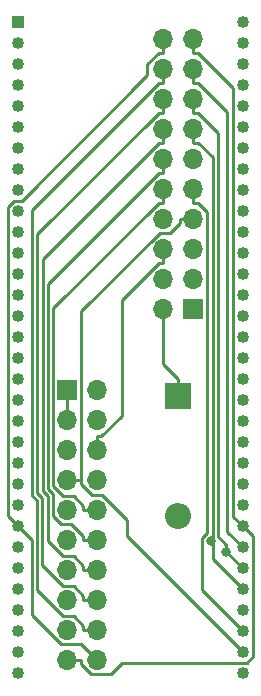
<source format=gbr>
%TF.GenerationSoftware,KiCad,Pcbnew,7.0.1*%
%TF.CreationDate,2023-07-20T10:28:40-07:00*%
%TF.ProjectId,tn_vdp_v9958_socket,746e5f76-6470-45f7-9639-3935385f736f,rev?*%
%TF.SameCoordinates,Original*%
%TF.FileFunction,Copper,L1,Top*%
%TF.FilePolarity,Positive*%
%FSLAX46Y46*%
G04 Gerber Fmt 4.6, Leading zero omitted, Abs format (unit mm)*
G04 Created by KiCad (PCBNEW 7.0.1) date 2023-07-20 10:28:40*
%MOMM*%
%LPD*%
G01*
G04 APERTURE LIST*
%TA.AperFunction,ComponentPad*%
%ADD10R,2.200000X2.200000*%
%TD*%
%TA.AperFunction,ComponentPad*%
%ADD11O,2.200000X2.200000*%
%TD*%
%TA.AperFunction,ComponentPad*%
%ADD12R,1.700000X1.700000*%
%TD*%
%TA.AperFunction,ComponentPad*%
%ADD13O,1.700000X1.700000*%
%TD*%
%TA.AperFunction,ComponentPad*%
%ADD14R,1.016000X1.016000*%
%TD*%
%TA.AperFunction,ComponentPad*%
%ADD15C,1.016000*%
%TD*%
%TA.AperFunction,ViaPad*%
%ADD16C,0.800000*%
%TD*%
%TA.AperFunction,Conductor*%
%ADD17C,0.250000*%
%TD*%
G04 APERTURE END LIST*
D10*
%TO.P,D1,1,K*%
%TO.N,VCCO*%
X174000000Y-77750000D03*
D11*
%TO.P,D1,2,A*%
%TO.N,VCC*%
X174000000Y-87910000D03*
%TD*%
D12*
%TO.P,J3,1,Pin_1*%
%TO.N,GND*%
X164592000Y-77260000D03*
D13*
%TO.P,J3,2,Pin_2*%
%TO.N,VCCO*%
X167132000Y-77260000D03*
%TO.P,J3,3,Pin_3*%
%TO.N,GND*%
X164592000Y-79800000D03*
%TO.P,J3,4,Pin_4*%
%TO.N,CPUCLK*%
X167132000Y-79800000D03*
%TO.P,J3,5,Pin_5*%
%TO.N,CD7*%
X164592000Y-82340000D03*
%TO.P,J3,6,Pin_6*%
%TO.N,WAIT*%
X167132000Y-82340000D03*
%TO.P,J3,7,Pin_7*%
%TO.N,CD6*%
X164592000Y-84880000D03*
%TO.P,J3,8,Pin_8*%
%TO.N,unconnected-(J3-Pin_8-Pad8)*%
X167132000Y-84880000D03*
%TO.P,J3,9,Pin_9*%
%TO.N,CD5*%
X164592000Y-87420000D03*
%TO.P,J3,10,Pin_10*%
%TO.N,MODE1*%
X167132000Y-87420000D03*
%TO.P,J3,11,Pin_11*%
%TO.N,CD4*%
X164592000Y-89960000D03*
%TO.P,J3,12,Pin_12*%
%TO.N,~{RESET}*%
X167132000Y-89960000D03*
%TO.P,J3,13,Pin_13*%
%TO.N,CD3*%
X164592000Y-92500000D03*
%TO.P,J3,14,Pin_14*%
%TO.N,MODE0*%
X167132000Y-92500000D03*
%TO.P,J3,15,Pin_15*%
%TO.N,CD2*%
X164592000Y-95040000D03*
%TO.P,J3,16,Pin_16*%
%TO.N,~{CSW}*%
X167132000Y-95040000D03*
%TO.P,J3,17,Pin_17*%
%TO.N,CD1*%
X164592000Y-97580000D03*
%TO.P,J3,18,Pin_18*%
%TO.N,~{CSR}*%
X167132000Y-97580000D03*
%TO.P,J3,19,Pin_19*%
%TO.N,CD0*%
X164592000Y-100120000D03*
%TO.P,J3,20,Pin_20*%
%TO.N,~{INT}*%
X167132000Y-100120000D03*
%TD*%
D14*
%TO.P,U1,1,GND*%
%TO.N,GND*%
X160450000Y-46132000D03*
D15*
%TO.P,U1,2,~{DHCLK}*%
%TO.N,unconnected-(U1-~{DHCLK}-Pad2)*%
X160450000Y-47910000D03*
%TO.P,U1,3,~{DLCKL}*%
%TO.N,unconnected-(U1-~{DLCKL}-Pad3)*%
X160450000Y-49688000D03*
%TO.P,U1,4,~{VDS/VRESET}*%
%TO.N,unconnected-(U1-~{VDS{slash}VRESET}-Pad4)*%
X160450000Y-51466000D03*
%TO.P,U1,5,HSYNC*%
%TO.N,unconnected-(U1-HSYNC-Pad5)*%
X160450000Y-53244000D03*
%TO.P,U1,6,CSYNC*%
%TO.N,unconnected-(U1-CSYNC-Pad6)*%
X160450000Y-55022000D03*
%TO.P,U1,7,BLEO*%
%TO.N,unconnected-(U1-BLEO-Pad7)*%
X160450000Y-56800000D03*
%TO.P,U1,8,CPUCLK*%
%TO.N,CPUCLK*%
X160450000Y-58578000D03*
%TO.P,U1,9,~{RESET}*%
%TO.N,~{RESET}*%
X160450000Y-60356000D03*
%TO.P,U1,10,~{YS}*%
%TO.N,unconnected-(U1-~{YS}-Pad10)*%
X160450000Y-62134000D03*
%TO.P,U1,11,CBDR*%
%TO.N,unconnected-(U1-CBDR-Pad11)*%
X160450000Y-63912000D03*
%TO.P,U1,12,C7*%
%TO.N,unconnected-(U1-C7-Pad12)*%
X160450000Y-65690000D03*
%TO.P,U1,13,C6*%
%TO.N,unconnected-(U1-C6-Pad13)*%
X160450000Y-67468000D03*
%TO.P,U1,14,C5*%
%TO.N,unconnected-(U1-C5-Pad14)*%
X160450000Y-69246000D03*
%TO.P,U1,15,C4*%
%TO.N,unconnected-(U1-C4-Pad15)*%
X160450000Y-71024000D03*
%TO.P,U1,16,C3*%
%TO.N,unconnected-(U1-C3-Pad16)*%
X160450000Y-72802000D03*
%TO.P,U1,17,C2*%
%TO.N,unconnected-(U1-C2-Pad17)*%
X160450000Y-74580000D03*
%TO.P,U1,18,C1*%
%TO.N,unconnected-(U1-C1-Pad18)*%
X160450000Y-76358000D03*
%TO.P,U1,19,C0*%
%TO.N,unconnected-(U1-C0-Pad19)*%
X160450000Y-78136000D03*
%TO.P,U1,20,GND*%
%TO.N,GND*%
X160450000Y-79914000D03*
%TO.P,U1,21,VIDEO/VDD*%
%TO.N,unconnected-(U1-VIDEO{slash}VDD-Pad21)*%
X160450000Y-81692000D03*
%TO.P,U1,22,G*%
%TO.N,unconnected-(U1-G-Pad22)*%
X160450000Y-83470000D03*
%TO.P,U1,23,R*%
%TO.N,unconnected-(U1-R-Pad23)*%
X160450000Y-85248000D03*
%TO.P,U1,24,B*%
%TO.N,unconnected-(U1-B-Pad24)*%
X160450000Y-87026000D03*
%TO.P,U1,25,~{INT}*%
%TO.N,~{INT}*%
X160450000Y-88804000D03*
%TO.P,U1,26,~{LPS/WAIT}*%
%TO.N,WAIT*%
X160450000Y-90582000D03*
%TO.P,U1,27,~{LPD/HRESET}*%
%TO.N,unconnected-(U1-~{LPD{slash}HRESET}-Pad27)*%
X160450000Y-92360000D03*
%TO.P,U1,28,MODE1*%
%TO.N,MODE1*%
X160450000Y-94138000D03*
%TO.P,U1,29,MODE0*%
%TO.N,MODE0*%
X160450000Y-95916000D03*
%TO.P,U1,30,~{CSW}*%
%TO.N,~{CSW}*%
X160450000Y-97694000D03*
%TO.P,U1,31,~{CSR}*%
%TO.N,~{CSR}*%
X160450000Y-99472000D03*
%TO.P,U1,32,CD7*%
%TO.N,CD7*%
X160450000Y-101250000D03*
%TO.P,U1,33,VBB*%
%TO.N,unconnected-(U1-VBB-Pad33)*%
X179500000Y-101250000D03*
%TO.P,U1,34,CD6*%
%TO.N,CD6*%
X179500000Y-99472000D03*
%TO.P,U1,35,CD5*%
%TO.N,CD5*%
X179500000Y-97694000D03*
%TO.P,U1,36,CD4*%
%TO.N,CD4*%
X179500000Y-95916000D03*
%TO.P,U1,37,CD3*%
%TO.N,CD3*%
X179500000Y-94138000D03*
%TO.P,U1,38,CD2*%
%TO.N,CD2*%
X179500000Y-92360000D03*
%TO.P,U1,39,CD1*%
%TO.N,CD1*%
X179500000Y-90582000D03*
%TO.P,U1,40,CD0*%
%TO.N,CD0*%
X179500000Y-88804000D03*
%TO.P,U1,41,RD0*%
%TO.N,unconnected-(U1-RD0-Pad41)*%
X179500000Y-87026000D03*
%TO.P,U1,42,RD1*%
%TO.N,unconnected-(U1-RD1-Pad42)*%
X179500000Y-85248000D03*
%TO.P,U1,43,RD2*%
%TO.N,unconnected-(U1-RD2-Pad43)*%
X179500000Y-83470000D03*
%TO.P,U1,44,RD3*%
%TO.N,unconnected-(U1-RD3-Pad44)*%
X179500000Y-81692000D03*
%TO.P,U1,45,RD4*%
%TO.N,unconnected-(U1-RD4-Pad45)*%
X179500000Y-79914000D03*
%TO.P,U1,46,RD5*%
%TO.N,unconnected-(U1-RD5-Pad46)*%
X179500000Y-78136000D03*
%TO.P,U1,47,RD6*%
%TO.N,unconnected-(U1-RD6-Pad47)*%
X179500000Y-76358000D03*
%TO.P,U1,48,RD7*%
%TO.N,unconnected-(U1-RD7-Pad48)*%
X179500000Y-74580000D03*
%TO.P,U1,49,AD0*%
%TO.N,unconnected-(U1-AD0-Pad49)*%
X179500000Y-72802000D03*
%TO.P,U1,50,AD1*%
%TO.N,unconnected-(U1-AD1-Pad50)*%
X179500000Y-71024000D03*
%TO.P,U1,51,AD2*%
%TO.N,unconnected-(U1-AD2-Pad51)*%
X179500000Y-69246000D03*
%TO.P,U1,52,AD3*%
%TO.N,unconnected-(U1-AD3-Pad52)*%
X179500000Y-67468000D03*
%TO.P,U1,53,AD4*%
%TO.N,unconnected-(U1-AD4-Pad53)*%
X179500000Y-65690000D03*
%TO.P,U1,54,AD5*%
%TO.N,unconnected-(U1-AD5-Pad54)*%
X179500000Y-63912000D03*
%TO.P,U1,55,AD6*%
%TO.N,unconnected-(U1-AD6-Pad55)*%
X179500000Y-62134000D03*
%TO.P,U1,56,AD7*%
%TO.N,unconnected-(U1-AD7-Pad56)*%
X179500000Y-60356000D03*
%TO.P,U1,57,R/~{W}*%
%TO.N,unconnected-(U1-R{slash}~{W}-Pad57)*%
X179500000Y-58578000D03*
%TO.P,U1,58,VCC*%
%TO.N,VCC*%
X179500000Y-56800000D03*
%TO.P,U1,59,~{CASX}*%
%TO.N,unconnected-(U1-~{CASX}-Pad59)*%
X179500000Y-55022000D03*
%TO.P,U1,60,~{CAS1}*%
%TO.N,unconnected-(U1-~{CAS1}-Pad60)*%
X179500000Y-53244000D03*
%TO.P,U1,61,~{CAS0}*%
%TO.N,unconnected-(U1-~{CAS0}-Pad61)*%
X179500000Y-51466000D03*
%TO.P,U1,62,~{RAS}*%
%TO.N,unconnected-(U1-~{RAS}-Pad62)*%
X179500000Y-49688000D03*
%TO.P,U1,63,XTAL1*%
%TO.N,unconnected-(U1-XTAL1-Pad63)*%
X179500000Y-47910000D03*
%TO.P,U1,64,XTAL2*%
%TO.N,unconnected-(U1-XTAL2-Pad64)*%
X179500000Y-46132000D03*
%TD*%
D12*
%TO.P,J4,1,Pin_1*%
%TO.N,GND*%
X175290000Y-70370000D03*
D13*
%TO.P,J4,2,Pin_2*%
%TO.N,VCCO*%
X172750000Y-70370000D03*
%TO.P,J4,3,Pin_3*%
%TO.N,GND*%
X175290000Y-67830000D03*
%TO.P,J4,4,Pin_4*%
%TO.N,CPUCLK*%
X172750000Y-67830000D03*
%TO.P,J4,5,Pin_5*%
%TO.N,CD7*%
X175290000Y-65290000D03*
%TO.P,J4,6,Pin_6*%
%TO.N,WAIT*%
X172750000Y-65290000D03*
%TO.P,J4,7,Pin_7*%
%TO.N,CD6*%
X175290000Y-62750000D03*
%TO.P,J4,8,Pin_8*%
%TO.N,unconnected-(J4-Pin_8-Pad8)*%
X172750000Y-62750000D03*
%TO.P,J4,9,Pin_9*%
%TO.N,CD5*%
X175290000Y-60210000D03*
%TO.P,J4,10,Pin_10*%
%TO.N,MODE1*%
X172750000Y-60210000D03*
%TO.P,J4,11,Pin_11*%
%TO.N,CD4*%
X175290000Y-57670000D03*
%TO.P,J4,12,Pin_12*%
%TO.N,~{RESET}*%
X172750000Y-57670000D03*
%TO.P,J4,13,Pin_13*%
%TO.N,CD3*%
X175290000Y-55130000D03*
%TO.P,J4,14,Pin_14*%
%TO.N,MODE0*%
X172750000Y-55130000D03*
%TO.P,J4,15,Pin_15*%
%TO.N,CD2*%
X175290000Y-52590000D03*
%TO.P,J4,16,Pin_16*%
%TO.N,~{CSW}*%
X172750000Y-52590000D03*
%TO.P,J4,17,Pin_17*%
%TO.N,CD1*%
X175290000Y-50050000D03*
%TO.P,J4,18,Pin_18*%
%TO.N,~{CSR}*%
X172750000Y-50050000D03*
%TO.P,J4,19,Pin_19*%
%TO.N,CD0*%
X175290000Y-47510000D03*
%TO.P,J4,20,Pin_20*%
%TO.N,~{INT}*%
X172750000Y-47510000D03*
%TD*%
D16*
%TO.N,CD2*%
X178073500Y-90933500D03*
%TO.N,CD3*%
X176755400Y-90065700D03*
%TD*%
D17*
%TO.N,MODE1*%
X172384700Y-61385100D02*
X172750000Y-61385100D01*
X163416800Y-70353000D02*
X172384700Y-61385100D01*
X163416800Y-85414000D02*
X163416800Y-70353000D01*
X164247700Y-86244900D02*
X163416800Y-85414000D01*
X165149100Y-86244900D02*
X164247700Y-86244900D01*
X165956900Y-87052700D02*
X165149100Y-86244900D01*
X165956900Y-87420000D02*
X165956900Y-87052700D01*
X167132000Y-87420000D02*
X165956900Y-87420000D01*
X172750000Y-60210000D02*
X172750000Y-61385100D01*
%TO.N,~{RESET}*%
X165956900Y-89594800D02*
X165956900Y-89960000D01*
X164957300Y-88595200D02*
X165956900Y-89594800D01*
X164065900Y-88595200D02*
X164957300Y-88595200D01*
X163416800Y-87946100D02*
X164065900Y-88595200D01*
X163416800Y-86050700D02*
X163416800Y-87946100D01*
X162966600Y-85600500D02*
X163416800Y-86050700D01*
X162966600Y-68261200D02*
X162966600Y-85600500D01*
X172382700Y-58845100D02*
X162966600Y-68261200D01*
X172750000Y-58845100D02*
X172382700Y-58845100D01*
X172750000Y-57670000D02*
X172750000Y-58845100D01*
X167132000Y-89960000D02*
X165956900Y-89960000D01*
%TO.N,CD0*%
X175290000Y-47510000D02*
X175290000Y-48685100D01*
X178666800Y-87970800D02*
X179500000Y-88804000D01*
X178666800Y-51696700D02*
X178666800Y-87970800D01*
X175655200Y-48685100D02*
X178666800Y-51696700D01*
X175290000Y-48685100D02*
X175655200Y-48685100D01*
X165767100Y-100485300D02*
X165767100Y-100120000D01*
X166585400Y-101303600D02*
X165767100Y-100485300D01*
X168324900Y-101303600D02*
X166585400Y-101303600D01*
X169267600Y-100360900D02*
X168324900Y-101303600D01*
X179800200Y-100360900D02*
X169267600Y-100360900D01*
X180351700Y-99809400D02*
X179800200Y-100360900D01*
X180351700Y-89655700D02*
X180351700Y-99809400D01*
X179500000Y-88804000D02*
X180351700Y-89655700D01*
X164592000Y-100120000D02*
X165767100Y-100120000D01*
%TO.N,CD1*%
X175655200Y-51225100D02*
X175290000Y-51225100D01*
X178175300Y-53745200D02*
X175655200Y-51225100D01*
X178175300Y-89257300D02*
X178175300Y-53745200D01*
X179500000Y-90582000D02*
X178175300Y-89257300D01*
X175290000Y-50050000D02*
X175290000Y-51225100D01*
%TO.N,CD2*%
X175290000Y-52590000D02*
X175290000Y-53765100D01*
X179500000Y-92360000D02*
X178073500Y-90933500D01*
X175655200Y-53765100D02*
X175290000Y-53765100D01*
X177365300Y-55475200D02*
X175655200Y-53765100D01*
X177365300Y-89650100D02*
X177365300Y-55475200D01*
X178073500Y-90358300D02*
X177365300Y-89650100D01*
X178073500Y-90933500D02*
X178073500Y-90358300D01*
%TO.N,CD3*%
X175290000Y-55130000D02*
X175290000Y-56305100D01*
X176915200Y-90065700D02*
X176755400Y-90065700D01*
X176915200Y-57563000D02*
X176915200Y-90065700D01*
X175657300Y-56305100D02*
X176915200Y-57563000D01*
X175290000Y-56305100D02*
X175657300Y-56305100D01*
X176915200Y-91553200D02*
X179500000Y-94138000D01*
X176915200Y-90065700D02*
X176915200Y-91553200D01*
%TO.N,CD5*%
X175290000Y-60210000D02*
X175290000Y-61385100D01*
X176030300Y-94224300D02*
X179500000Y-97694000D01*
X176030300Y-89765400D02*
X176030300Y-94224300D01*
X176465100Y-89330600D02*
X176030300Y-89765400D01*
X176465100Y-62195000D02*
X176465100Y-89330600D01*
X175655200Y-61385100D02*
X176465100Y-62195000D01*
X175290000Y-61385100D02*
X175655200Y-61385100D01*
%TO.N,CD6*%
X165767100Y-85245300D02*
X165767100Y-84880000D01*
X166671800Y-86150000D02*
X165767100Y-85245300D01*
X167528600Y-86150000D02*
X166671800Y-86150000D01*
X169658300Y-88279700D02*
X167528600Y-86150000D01*
X169658300Y-89630300D02*
X169658300Y-88279700D01*
X179500000Y-99472000D02*
X169658300Y-89630300D01*
X164592000Y-84880000D02*
X165767100Y-84880000D01*
X165767100Y-70591800D02*
X165767100Y-84880000D01*
X172433800Y-63925100D02*
X165767100Y-70591800D01*
X173307100Y-63925100D02*
X172433800Y-63925100D01*
X174114900Y-63117300D02*
X173307100Y-63925100D01*
X174114900Y-62750000D02*
X174114900Y-63117300D01*
X175290000Y-62750000D02*
X174114900Y-62750000D01*
%TO.N,~{INT}*%
X172384700Y-48685100D02*
X172750000Y-48685100D01*
X171385200Y-49684600D02*
X172384700Y-48685100D01*
X171385200Y-50620400D02*
X171385200Y-49684600D01*
X160760600Y-61245000D02*
X171385200Y-50620400D01*
X160088800Y-61245000D02*
X160760600Y-61245000D01*
X159565400Y-61768400D02*
X160088800Y-61245000D01*
X159565400Y-87919400D02*
X159565400Y-61768400D01*
X160450000Y-88804000D02*
X159565400Y-87919400D01*
X165767200Y-98755200D02*
X167132000Y-100120000D01*
X164076100Y-98755200D02*
X165767200Y-98755200D01*
X161603300Y-96282400D02*
X164076100Y-98755200D01*
X161603300Y-89957300D02*
X161603300Y-96282400D01*
X160450000Y-88804000D02*
X161603300Y-89957300D01*
X172750000Y-47510000D02*
X172750000Y-48685100D01*
%TO.N,~{CSR}*%
X167132000Y-97580000D02*
X165956900Y-97580000D01*
X172750000Y-50050000D02*
X172750000Y-51225100D01*
X165956900Y-97212700D02*
X165956900Y-97580000D01*
X165149100Y-96404900D02*
X165956900Y-97212700D01*
X164275800Y-96404900D02*
X165149100Y-96404900D01*
X162053400Y-94182500D02*
X164275800Y-96404900D01*
X162053400Y-86612300D02*
X162053400Y-94182500D01*
X161616300Y-86175200D02*
X162053400Y-86612300D01*
X161616300Y-61993500D02*
X161616300Y-86175200D01*
X172384700Y-51225100D02*
X161616300Y-61993500D01*
X172750000Y-51225100D02*
X172384700Y-51225100D01*
%TO.N,~{CSW}*%
X167132000Y-95040000D02*
X165956900Y-95040000D01*
X172750000Y-52590000D02*
X172750000Y-53765100D01*
X165956900Y-94672700D02*
X165956900Y-95040000D01*
X165149100Y-93864900D02*
X165956900Y-94672700D01*
X164272700Y-93864900D02*
X165149100Y-93864900D01*
X162503500Y-92095700D02*
X164272700Y-93864900D01*
X162503500Y-86425800D02*
X162503500Y-92095700D01*
X162066400Y-85988700D02*
X162503500Y-86425800D01*
X162066400Y-64083400D02*
X162066400Y-85988700D01*
X172384700Y-53765100D02*
X162066400Y-64083400D01*
X172750000Y-53765100D02*
X172384700Y-53765100D01*
%TO.N,MODE0*%
X167132000Y-92500000D02*
X165956900Y-92500000D01*
X172750000Y-55130000D02*
X172750000Y-56305100D01*
X165956900Y-92132700D02*
X165956900Y-92500000D01*
X165149100Y-91324900D02*
X165956900Y-92132700D01*
X164275800Y-91324900D02*
X165149100Y-91324900D01*
X162966600Y-90015700D02*
X164275800Y-91324900D01*
X162966600Y-86252300D02*
X162966600Y-90015700D01*
X162516500Y-85802200D02*
X162966600Y-86252300D01*
X162516500Y-66173300D02*
X162516500Y-85802200D01*
X172384700Y-56305100D02*
X162516500Y-66173300D01*
X172750000Y-56305100D02*
X172384700Y-56305100D01*
%TO.N,VCCO*%
X172750000Y-75074900D02*
X174000000Y-76324900D01*
X172750000Y-70370000D02*
X172750000Y-75074900D01*
X174000000Y-77750000D02*
X174000000Y-76324900D01*
%TO.N,WAIT*%
X167132000Y-82340000D02*
X167132000Y-81164900D01*
X172750000Y-65290000D02*
X172750000Y-66465100D01*
X172384700Y-66465100D02*
X172750000Y-66465100D01*
X169207300Y-69642500D02*
X172384700Y-66465100D01*
X169207300Y-79456900D02*
X169207300Y-69642500D01*
X167499300Y-81164900D02*
X169207300Y-79456900D01*
X167132000Y-81164900D02*
X167499300Y-81164900D01*
%TO.N,GND*%
X164592000Y-77260000D02*
X164592000Y-79800000D01*
%TD*%
M02*

</source>
